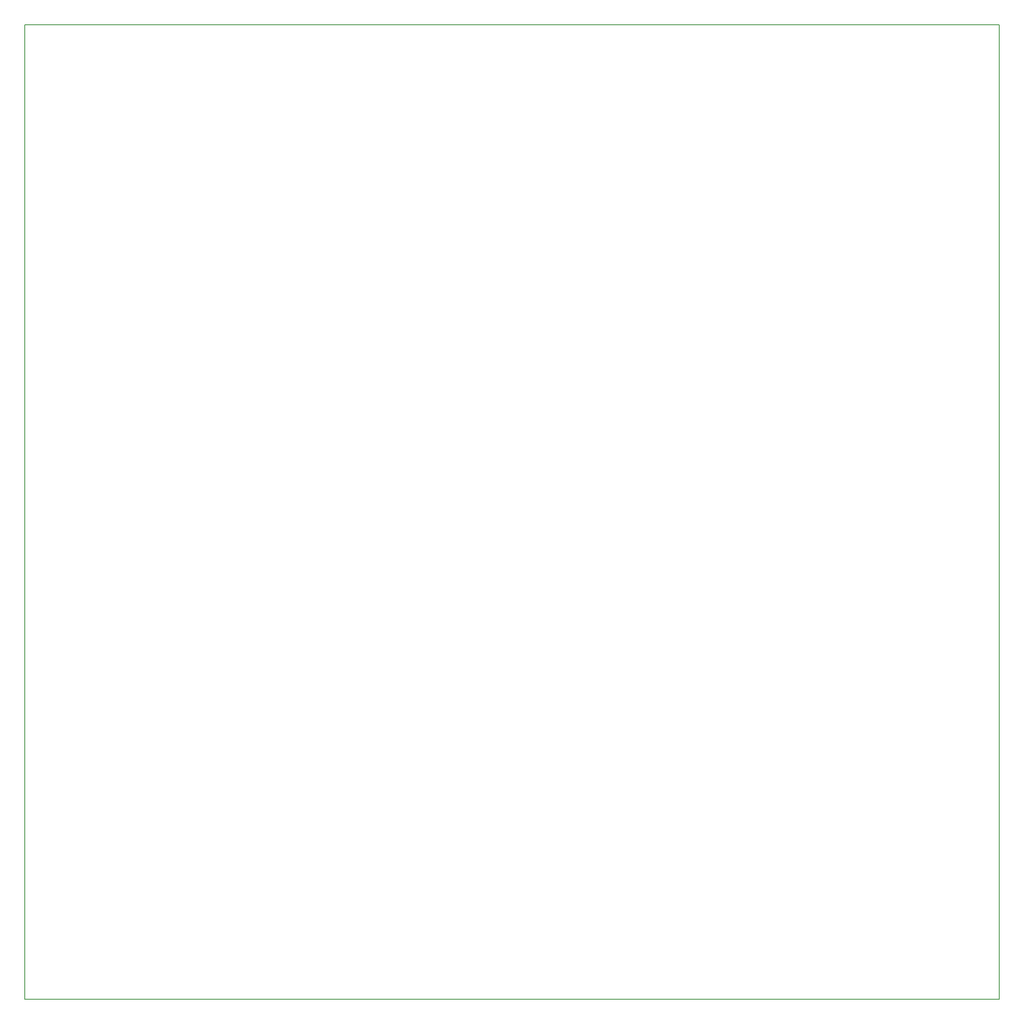
<source format=gbr>
G04 #@! TF.GenerationSoftware,KiCad,Pcbnew,5.0.0*
G04 #@! TF.CreationDate,2018-08-02T01:45:53+02:00*
G04 #@! TF.ProjectId,pentasquare,70656E74617371756172652E6B696361,rev?*
G04 #@! TF.SameCoordinates,Original*
G04 #@! TF.FileFunction,Profile,NP*
%FSLAX46Y46*%
G04 Gerber Fmt 4.6, Leading zero omitted, Abs format (unit mm)*
G04 Created by KiCad (PCBNEW 5.0.0) date Thu Aug  2 01:45:53 2018*
%MOMM*%
%LPD*%
G01*
G04 APERTURE LIST*
%ADD10C,0.150000*%
G04 APERTURE END LIST*
D10*
X15000000Y-15000000D02*
X15000000Y-215000000D01*
X15000000Y-215000000D02*
X215000000Y-215000000D01*
X15000000Y-15000000D02*
X215000000Y-15000000D01*
X215000000Y-15000000D02*
X215000000Y-215000000D01*
M02*

</source>
